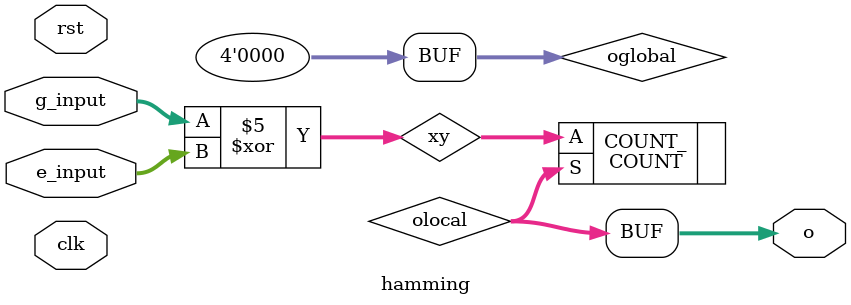
<source format=sv>
`timescale 1ns / 1ps

module hamming
#(
	parameter N=8,
	parameter CC=1
)
(
	clk,
	rst,
	g_input,
	e_input,
	o
);
	localparam M = N/CC; 

	input clk;
	input rst;
	input[M-1:0] g_input;
	input[M-1:0] e_input;
	output[log2(N)-1:0] o;

	function integer log2;
		input [31:0] value;
		reg [31:0] temp;
	begin
		temp = value;
		for (log2=0; temp>0; log2=log2+1)
			temp = temp>>1;
	end
	endfunction

	reg		[log2(N)-1:0] 	oglobal;
	wire 	[log2(M)-1:0] 	olocal;
	wire	[M-1:0] 		xy;
	

	assign xy = g_input^e_input;

	
	COUNT
	#(
		.N(M)
	)
	COUNT_
	(
		.A(xy),
		.S(olocal)
	);



	generate
	if(CC>1)
	begin
	    ADD
 		#(
 			.N(log2(N))
 		)
 		ADD_
 		(
 			.A(oglobal),
 			.B({{(log2(N) - log2(M)){1'b0}}, olocal}),
 			.CI(1'b0),
 			.S(o),
 			.CO()
 		);

		always@(posedge clk or posedge rst)
		begin
			if(rst)
			begin
				oglobal <= 0;
			end
			else
			begin
				oglobal <= o;
			end
		end
	end
	else
	begin
	  	assign o = olocal;
		always@(*)
		begin
			oglobal <= 'b0;
		end
	end
	endgenerate

	

endmodule
</source>
